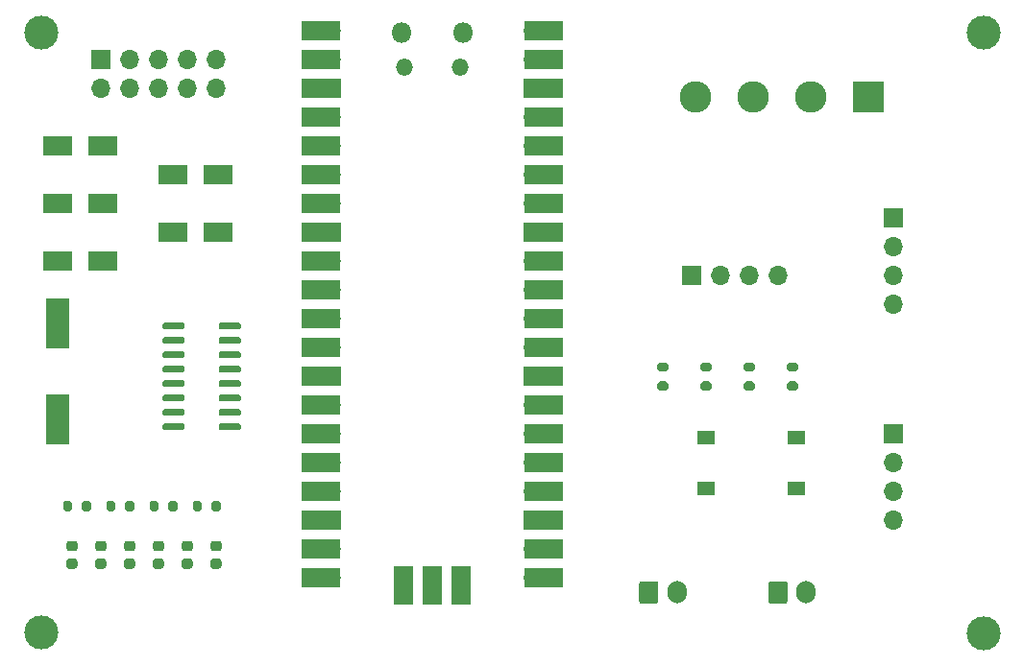
<source format=gbr>
%TF.GenerationSoftware,KiCad,Pcbnew,(5.1.10)-1*%
%TF.CreationDate,2021-08-08T16:35:33+01:00*%
%TF.ProjectId,flowcontrol-v0.1,666c6f77-636f-46e7-9472-6f6c2d76302e,rev?*%
%TF.SameCoordinates,Original*%
%TF.FileFunction,Soldermask,Top*%
%TF.FilePolarity,Negative*%
%FSLAX46Y46*%
G04 Gerber Fmt 4.6, Leading zero omitted, Abs format (unit mm)*
G04 Created by KiCad (PCBNEW (5.1.10)-1) date 2021-08-08 16:35:33*
%MOMM*%
%LPD*%
G01*
G04 APERTURE LIST*
%ADD10O,1.700000X1.700000*%
%ADD11R,1.700000X1.700000*%
%ADD12R,3.500000X1.700000*%
%ADD13O,1.800000X1.800000*%
%ADD14O,1.500000X1.500000*%
%ADD15R,1.700000X3.500000*%
%ADD16R,1.550000X1.300000*%
%ADD17R,2.000000X4.500000*%
%ADD18R,2.500000X1.800000*%
%ADD19O,1.700000X2.000000*%
%ADD20R,2.780000X2.780000*%
%ADD21C,2.780000*%
%ADD22C,3.000000*%
G04 APERTURE END LIST*
D10*
%TO.C,U1*%
X127000000Y-67310000D03*
X127000000Y-69850000D03*
D11*
X127000000Y-72390000D03*
D10*
X127000000Y-74930000D03*
X127000000Y-77470000D03*
X127000000Y-80010000D03*
X127000000Y-82550000D03*
D11*
X127000000Y-85090000D03*
D10*
X127000000Y-87630000D03*
X127000000Y-90170000D03*
X127000000Y-92710000D03*
X127000000Y-95250000D03*
D11*
X127000000Y-97790000D03*
D10*
X127000000Y-100330000D03*
X127000000Y-102870000D03*
X127000000Y-105410000D03*
X127000000Y-107950000D03*
D11*
X127000000Y-110490000D03*
D10*
X127000000Y-113030000D03*
X127000000Y-115570000D03*
X144780000Y-115570000D03*
X144780000Y-113030000D03*
D11*
X144780000Y-110490000D03*
D10*
X144780000Y-107950000D03*
X144780000Y-105410000D03*
X144780000Y-102870000D03*
X144780000Y-100330000D03*
D11*
X144780000Y-97790000D03*
D10*
X144780000Y-95250000D03*
X144780000Y-92710000D03*
X144780000Y-90170000D03*
X144780000Y-87630000D03*
D11*
X144780000Y-85090000D03*
D10*
X144780000Y-82550000D03*
X144780000Y-80010000D03*
X144780000Y-77470000D03*
X144780000Y-74930000D03*
D11*
X144780000Y-72390000D03*
D10*
X144780000Y-69850000D03*
X144780000Y-67310000D03*
D12*
X126100000Y-67310000D03*
X126100000Y-69850000D03*
X126100000Y-72390000D03*
X126100000Y-74930000D03*
X126100000Y-77470000D03*
X126100000Y-80010000D03*
X126100000Y-82550000D03*
X126100000Y-85090000D03*
X126100000Y-87630000D03*
X126100000Y-90170000D03*
X126100000Y-92710000D03*
X126100000Y-95250000D03*
X126100000Y-97790000D03*
X126100000Y-100330000D03*
X126100000Y-102870000D03*
X126100000Y-105410000D03*
X126100000Y-107950000D03*
X126100000Y-110490000D03*
X126100000Y-113030000D03*
X126100000Y-115570000D03*
X145680000Y-67310000D03*
X145680000Y-69850000D03*
X145680000Y-72390000D03*
X145680000Y-74930000D03*
X145680000Y-77470000D03*
X145680000Y-80010000D03*
X145680000Y-82550000D03*
X145680000Y-85090000D03*
X145680000Y-87630000D03*
X145680000Y-90170000D03*
X145680000Y-92710000D03*
X145680000Y-95250000D03*
X145680000Y-97790000D03*
X145680000Y-100330000D03*
X145680000Y-102870000D03*
X145680000Y-105410000D03*
X145680000Y-107950000D03*
X145680000Y-110490000D03*
X145680000Y-113030000D03*
X145680000Y-115570000D03*
D13*
X133165000Y-67440000D03*
X138615000Y-67440000D03*
D14*
X133465000Y-70470000D03*
X138315000Y-70470000D03*
D15*
X133350000Y-116240000D03*
D10*
X133350000Y-115340000D03*
D15*
X135890000Y-116240000D03*
D11*
X135890000Y-115340000D03*
D15*
X138430000Y-116240000D03*
D10*
X138430000Y-115340000D03*
%TD*%
D16*
%TO.C,SW1*%
X167970000Y-107660000D03*
X167970000Y-103160000D03*
X160020000Y-103160000D03*
X160020000Y-107660000D03*
%TD*%
%TO.C,R8*%
G36*
G01*
X114790000Y-109495000D02*
X114790000Y-108945000D01*
G75*
G02*
X114990000Y-108745000I200000J0D01*
G01*
X115390000Y-108745000D01*
G75*
G02*
X115590000Y-108945000I0J-200000D01*
G01*
X115590000Y-109495000D01*
G75*
G02*
X115390000Y-109695000I-200000J0D01*
G01*
X114990000Y-109695000D01*
G75*
G02*
X114790000Y-109495000I0J200000D01*
G01*
G37*
G36*
G01*
X116440000Y-109495000D02*
X116440000Y-108945000D01*
G75*
G02*
X116640000Y-108745000I200000J0D01*
G01*
X117040000Y-108745000D01*
G75*
G02*
X117240000Y-108945000I0J-200000D01*
G01*
X117240000Y-109495000D01*
G75*
G02*
X117040000Y-109695000I-200000J0D01*
G01*
X116640000Y-109695000D01*
G75*
G02*
X116440000Y-109495000I0J200000D01*
G01*
G37*
%TD*%
%TO.C,U2*%
G36*
G01*
X112120000Y-93495000D02*
X112120000Y-93195000D01*
G75*
G02*
X112270000Y-93045000I150000J0D01*
G01*
X113920000Y-93045000D01*
G75*
G02*
X114070000Y-93195000I0J-150000D01*
G01*
X114070000Y-93495000D01*
G75*
G02*
X113920000Y-93645000I-150000J0D01*
G01*
X112270000Y-93645000D01*
G75*
G02*
X112120000Y-93495000I0J150000D01*
G01*
G37*
G36*
G01*
X112120000Y-94765000D02*
X112120000Y-94465000D01*
G75*
G02*
X112270000Y-94315000I150000J0D01*
G01*
X113920000Y-94315000D01*
G75*
G02*
X114070000Y-94465000I0J-150000D01*
G01*
X114070000Y-94765000D01*
G75*
G02*
X113920000Y-94915000I-150000J0D01*
G01*
X112270000Y-94915000D01*
G75*
G02*
X112120000Y-94765000I0J150000D01*
G01*
G37*
G36*
G01*
X112120000Y-96035000D02*
X112120000Y-95735000D01*
G75*
G02*
X112270000Y-95585000I150000J0D01*
G01*
X113920000Y-95585000D01*
G75*
G02*
X114070000Y-95735000I0J-150000D01*
G01*
X114070000Y-96035000D01*
G75*
G02*
X113920000Y-96185000I-150000J0D01*
G01*
X112270000Y-96185000D01*
G75*
G02*
X112120000Y-96035000I0J150000D01*
G01*
G37*
G36*
G01*
X112120000Y-97305000D02*
X112120000Y-97005000D01*
G75*
G02*
X112270000Y-96855000I150000J0D01*
G01*
X113920000Y-96855000D01*
G75*
G02*
X114070000Y-97005000I0J-150000D01*
G01*
X114070000Y-97305000D01*
G75*
G02*
X113920000Y-97455000I-150000J0D01*
G01*
X112270000Y-97455000D01*
G75*
G02*
X112120000Y-97305000I0J150000D01*
G01*
G37*
G36*
G01*
X112120000Y-98575000D02*
X112120000Y-98275000D01*
G75*
G02*
X112270000Y-98125000I150000J0D01*
G01*
X113920000Y-98125000D01*
G75*
G02*
X114070000Y-98275000I0J-150000D01*
G01*
X114070000Y-98575000D01*
G75*
G02*
X113920000Y-98725000I-150000J0D01*
G01*
X112270000Y-98725000D01*
G75*
G02*
X112120000Y-98575000I0J150000D01*
G01*
G37*
G36*
G01*
X112120000Y-99845000D02*
X112120000Y-99545000D01*
G75*
G02*
X112270000Y-99395000I150000J0D01*
G01*
X113920000Y-99395000D01*
G75*
G02*
X114070000Y-99545000I0J-150000D01*
G01*
X114070000Y-99845000D01*
G75*
G02*
X113920000Y-99995000I-150000J0D01*
G01*
X112270000Y-99995000D01*
G75*
G02*
X112120000Y-99845000I0J150000D01*
G01*
G37*
G36*
G01*
X112120000Y-101115000D02*
X112120000Y-100815000D01*
G75*
G02*
X112270000Y-100665000I150000J0D01*
G01*
X113920000Y-100665000D01*
G75*
G02*
X114070000Y-100815000I0J-150000D01*
G01*
X114070000Y-101115000D01*
G75*
G02*
X113920000Y-101265000I-150000J0D01*
G01*
X112270000Y-101265000D01*
G75*
G02*
X112120000Y-101115000I0J150000D01*
G01*
G37*
G36*
G01*
X112120000Y-102385000D02*
X112120000Y-102085000D01*
G75*
G02*
X112270000Y-101935000I150000J0D01*
G01*
X113920000Y-101935000D01*
G75*
G02*
X114070000Y-102085000I0J-150000D01*
G01*
X114070000Y-102385000D01*
G75*
G02*
X113920000Y-102535000I-150000J0D01*
G01*
X112270000Y-102535000D01*
G75*
G02*
X112120000Y-102385000I0J150000D01*
G01*
G37*
G36*
G01*
X117070000Y-102385000D02*
X117070000Y-102085000D01*
G75*
G02*
X117220000Y-101935000I150000J0D01*
G01*
X118870000Y-101935000D01*
G75*
G02*
X119020000Y-102085000I0J-150000D01*
G01*
X119020000Y-102385000D01*
G75*
G02*
X118870000Y-102535000I-150000J0D01*
G01*
X117220000Y-102535000D01*
G75*
G02*
X117070000Y-102385000I0J150000D01*
G01*
G37*
G36*
G01*
X117070000Y-101115000D02*
X117070000Y-100815000D01*
G75*
G02*
X117220000Y-100665000I150000J0D01*
G01*
X118870000Y-100665000D01*
G75*
G02*
X119020000Y-100815000I0J-150000D01*
G01*
X119020000Y-101115000D01*
G75*
G02*
X118870000Y-101265000I-150000J0D01*
G01*
X117220000Y-101265000D01*
G75*
G02*
X117070000Y-101115000I0J150000D01*
G01*
G37*
G36*
G01*
X117070000Y-99845000D02*
X117070000Y-99545000D01*
G75*
G02*
X117220000Y-99395000I150000J0D01*
G01*
X118870000Y-99395000D01*
G75*
G02*
X119020000Y-99545000I0J-150000D01*
G01*
X119020000Y-99845000D01*
G75*
G02*
X118870000Y-99995000I-150000J0D01*
G01*
X117220000Y-99995000D01*
G75*
G02*
X117070000Y-99845000I0J150000D01*
G01*
G37*
G36*
G01*
X117070000Y-98575000D02*
X117070000Y-98275000D01*
G75*
G02*
X117220000Y-98125000I150000J0D01*
G01*
X118870000Y-98125000D01*
G75*
G02*
X119020000Y-98275000I0J-150000D01*
G01*
X119020000Y-98575000D01*
G75*
G02*
X118870000Y-98725000I-150000J0D01*
G01*
X117220000Y-98725000D01*
G75*
G02*
X117070000Y-98575000I0J150000D01*
G01*
G37*
G36*
G01*
X117070000Y-97305000D02*
X117070000Y-97005000D01*
G75*
G02*
X117220000Y-96855000I150000J0D01*
G01*
X118870000Y-96855000D01*
G75*
G02*
X119020000Y-97005000I0J-150000D01*
G01*
X119020000Y-97305000D01*
G75*
G02*
X118870000Y-97455000I-150000J0D01*
G01*
X117220000Y-97455000D01*
G75*
G02*
X117070000Y-97305000I0J150000D01*
G01*
G37*
G36*
G01*
X117070000Y-96035000D02*
X117070000Y-95735000D01*
G75*
G02*
X117220000Y-95585000I150000J0D01*
G01*
X118870000Y-95585000D01*
G75*
G02*
X119020000Y-95735000I0J-150000D01*
G01*
X119020000Y-96035000D01*
G75*
G02*
X118870000Y-96185000I-150000J0D01*
G01*
X117220000Y-96185000D01*
G75*
G02*
X117070000Y-96035000I0J150000D01*
G01*
G37*
G36*
G01*
X117070000Y-94765000D02*
X117070000Y-94465000D01*
G75*
G02*
X117220000Y-94315000I150000J0D01*
G01*
X118870000Y-94315000D01*
G75*
G02*
X119020000Y-94465000I0J-150000D01*
G01*
X119020000Y-94765000D01*
G75*
G02*
X118870000Y-94915000I-150000J0D01*
G01*
X117220000Y-94915000D01*
G75*
G02*
X117070000Y-94765000I0J150000D01*
G01*
G37*
G36*
G01*
X117070000Y-93495000D02*
X117070000Y-93195000D01*
G75*
G02*
X117220000Y-93045000I150000J0D01*
G01*
X118870000Y-93045000D01*
G75*
G02*
X119020000Y-93195000I0J-150000D01*
G01*
X119020000Y-93495000D01*
G75*
G02*
X118870000Y-93645000I-150000J0D01*
G01*
X117220000Y-93645000D01*
G75*
G02*
X117070000Y-93495000I0J150000D01*
G01*
G37*
%TD*%
D17*
%TO.C,Y1*%
X102870000Y-101600000D03*
X102870000Y-93100000D03*
%TD*%
%TO.C,R1*%
G36*
G01*
X155935000Y-96565000D02*
X156485000Y-96565000D01*
G75*
G02*
X156685000Y-96765000I0J-200000D01*
G01*
X156685000Y-97165000D01*
G75*
G02*
X156485000Y-97365000I-200000J0D01*
G01*
X155935000Y-97365000D01*
G75*
G02*
X155735000Y-97165000I0J200000D01*
G01*
X155735000Y-96765000D01*
G75*
G02*
X155935000Y-96565000I200000J0D01*
G01*
G37*
G36*
G01*
X155935000Y-98215000D02*
X156485000Y-98215000D01*
G75*
G02*
X156685000Y-98415000I0J-200000D01*
G01*
X156685000Y-98815000D01*
G75*
G02*
X156485000Y-99015000I-200000J0D01*
G01*
X155935000Y-99015000D01*
G75*
G02*
X155735000Y-98815000I0J200000D01*
G01*
X155735000Y-98415000D01*
G75*
G02*
X155935000Y-98215000I200000J0D01*
G01*
G37*
%TD*%
D18*
%TO.C,D4*%
X117030000Y-80010000D03*
X113030000Y-80010000D03*
%TD*%
D19*
%TO.C,J3*%
X168870000Y-116840000D03*
G36*
G01*
X165520000Y-117590000D02*
X165520000Y-116090000D01*
G75*
G02*
X165770000Y-115840000I250000J0D01*
G01*
X166970000Y-115840000D01*
G75*
G02*
X167220000Y-116090000I0J-250000D01*
G01*
X167220000Y-117590000D01*
G75*
G02*
X166970000Y-117840000I-250000J0D01*
G01*
X165770000Y-117840000D01*
G75*
G02*
X165520000Y-117590000I0J250000D01*
G01*
G37*
%TD*%
%TO.C,R3*%
G36*
G01*
X163555000Y-96565000D02*
X164105000Y-96565000D01*
G75*
G02*
X164305000Y-96765000I0J-200000D01*
G01*
X164305000Y-97165000D01*
G75*
G02*
X164105000Y-97365000I-200000J0D01*
G01*
X163555000Y-97365000D01*
G75*
G02*
X163355000Y-97165000I0J200000D01*
G01*
X163355000Y-96765000D01*
G75*
G02*
X163555000Y-96565000I200000J0D01*
G01*
G37*
G36*
G01*
X163555000Y-98215000D02*
X164105000Y-98215000D01*
G75*
G02*
X164305000Y-98415000I0J-200000D01*
G01*
X164305000Y-98815000D01*
G75*
G02*
X164105000Y-99015000I-200000J0D01*
G01*
X163555000Y-99015000D01*
G75*
G02*
X163355000Y-98815000I0J200000D01*
G01*
X163355000Y-98415000D01*
G75*
G02*
X163555000Y-98215000I200000J0D01*
G01*
G37*
%TD*%
D18*
%TO.C,D5*%
X113030000Y-85090000D03*
X117030000Y-85090000D03*
%TD*%
%TO.C,D3*%
X102870000Y-87630000D03*
X106870000Y-87630000D03*
%TD*%
D11*
%TO.C,J1*%
X176530000Y-83820000D03*
D10*
X176530000Y-86360000D03*
X176530000Y-88900000D03*
X176530000Y-91440000D03*
%TD*%
%TO.C,J2*%
X176530000Y-110490000D03*
X176530000Y-107950000D03*
X176530000Y-105410000D03*
D11*
X176530000Y-102870000D03*
%TD*%
D18*
%TO.C,D1*%
X102870000Y-77470000D03*
X106870000Y-77470000D03*
%TD*%
%TO.C,J4*%
G36*
G01*
X154130000Y-117590000D02*
X154130000Y-116090000D01*
G75*
G02*
X154380000Y-115840000I250000J0D01*
G01*
X155580000Y-115840000D01*
G75*
G02*
X155830000Y-116090000I0J-250000D01*
G01*
X155830000Y-117590000D01*
G75*
G02*
X155580000Y-117840000I-250000J0D01*
G01*
X154380000Y-117840000D01*
G75*
G02*
X154130000Y-117590000I0J250000D01*
G01*
G37*
D19*
X157480000Y-116840000D03*
%TD*%
D20*
%TO.C,J6*%
X174375000Y-73125000D03*
D21*
X169295000Y-73125000D03*
X164215000Y-73125000D03*
X159135000Y-73125000D03*
%TD*%
D18*
%TO.C,D2*%
X106870000Y-82550000D03*
X102870000Y-82550000D03*
%TD*%
D11*
%TO.C,J7*%
X158750000Y-88900000D03*
D10*
X161290000Y-88900000D03*
X163830000Y-88900000D03*
X166370000Y-88900000D03*
%TD*%
%TO.C,R4*%
G36*
G01*
X167365000Y-98215000D02*
X167915000Y-98215000D01*
G75*
G02*
X168115000Y-98415000I0J-200000D01*
G01*
X168115000Y-98815000D01*
G75*
G02*
X167915000Y-99015000I-200000J0D01*
G01*
X167365000Y-99015000D01*
G75*
G02*
X167165000Y-98815000I0J200000D01*
G01*
X167165000Y-98415000D01*
G75*
G02*
X167365000Y-98215000I200000J0D01*
G01*
G37*
G36*
G01*
X167365000Y-96565000D02*
X167915000Y-96565000D01*
G75*
G02*
X168115000Y-96765000I0J-200000D01*
G01*
X168115000Y-97165000D01*
G75*
G02*
X167915000Y-97365000I-200000J0D01*
G01*
X167365000Y-97365000D01*
G75*
G02*
X167165000Y-97165000I0J200000D01*
G01*
X167165000Y-96765000D01*
G75*
G02*
X167365000Y-96565000I200000J0D01*
G01*
G37*
%TD*%
%TO.C,R5*%
G36*
G01*
X105010000Y-109495000D02*
X105010000Y-108945000D01*
G75*
G02*
X105210000Y-108745000I200000J0D01*
G01*
X105610000Y-108745000D01*
G75*
G02*
X105810000Y-108945000I0J-200000D01*
G01*
X105810000Y-109495000D01*
G75*
G02*
X105610000Y-109695000I-200000J0D01*
G01*
X105210000Y-109695000D01*
G75*
G02*
X105010000Y-109495000I0J200000D01*
G01*
G37*
G36*
G01*
X103360000Y-109495000D02*
X103360000Y-108945000D01*
G75*
G02*
X103560000Y-108745000I200000J0D01*
G01*
X103960000Y-108745000D01*
G75*
G02*
X104160000Y-108945000I0J-200000D01*
G01*
X104160000Y-109495000D01*
G75*
G02*
X103960000Y-109695000I-200000J0D01*
G01*
X103560000Y-109695000D01*
G75*
G02*
X103360000Y-109495000I0J200000D01*
G01*
G37*
%TD*%
%TO.C,R7*%
G36*
G01*
X112630000Y-109495000D02*
X112630000Y-108945000D01*
G75*
G02*
X112830000Y-108745000I200000J0D01*
G01*
X113230000Y-108745000D01*
G75*
G02*
X113430000Y-108945000I0J-200000D01*
G01*
X113430000Y-109495000D01*
G75*
G02*
X113230000Y-109695000I-200000J0D01*
G01*
X112830000Y-109695000D01*
G75*
G02*
X112630000Y-109495000I0J200000D01*
G01*
G37*
G36*
G01*
X110980000Y-109495000D02*
X110980000Y-108945000D01*
G75*
G02*
X111180000Y-108745000I200000J0D01*
G01*
X111580000Y-108745000D01*
G75*
G02*
X111780000Y-108945000I0J-200000D01*
G01*
X111780000Y-109495000D01*
G75*
G02*
X111580000Y-109695000I-200000J0D01*
G01*
X111180000Y-109695000D01*
G75*
G02*
X110980000Y-109495000I0J200000D01*
G01*
G37*
%TD*%
%TO.C,R2*%
G36*
G01*
X159745000Y-98215000D02*
X160295000Y-98215000D01*
G75*
G02*
X160495000Y-98415000I0J-200000D01*
G01*
X160495000Y-98815000D01*
G75*
G02*
X160295000Y-99015000I-200000J0D01*
G01*
X159745000Y-99015000D01*
G75*
G02*
X159545000Y-98815000I0J200000D01*
G01*
X159545000Y-98415000D01*
G75*
G02*
X159745000Y-98215000I200000J0D01*
G01*
G37*
G36*
G01*
X159745000Y-96565000D02*
X160295000Y-96565000D01*
G75*
G02*
X160495000Y-96765000I0J-200000D01*
G01*
X160495000Y-97165000D01*
G75*
G02*
X160295000Y-97365000I-200000J0D01*
G01*
X159745000Y-97365000D01*
G75*
G02*
X159545000Y-97165000I0J200000D01*
G01*
X159545000Y-96765000D01*
G75*
G02*
X159745000Y-96565000I200000J0D01*
G01*
G37*
%TD*%
%TO.C,R6*%
G36*
G01*
X107170000Y-109495000D02*
X107170000Y-108945000D01*
G75*
G02*
X107370000Y-108745000I200000J0D01*
G01*
X107770000Y-108745000D01*
G75*
G02*
X107970000Y-108945000I0J-200000D01*
G01*
X107970000Y-109495000D01*
G75*
G02*
X107770000Y-109695000I-200000J0D01*
G01*
X107370000Y-109695000D01*
G75*
G02*
X107170000Y-109495000I0J200000D01*
G01*
G37*
G36*
G01*
X108820000Y-109495000D02*
X108820000Y-108945000D01*
G75*
G02*
X109020000Y-108745000I200000J0D01*
G01*
X109420000Y-108745000D01*
G75*
G02*
X109620000Y-108945000I0J-200000D01*
G01*
X109620000Y-109495000D01*
G75*
G02*
X109420000Y-109695000I-200000J0D01*
G01*
X109020000Y-109695000D01*
G75*
G02*
X108820000Y-109495000I0J200000D01*
G01*
G37*
%TD*%
D22*
%TO.C,REF\u002A\u002A*%
X184454800Y-120421400D03*
%TD*%
%TO.C,C3*%
G36*
G01*
X109470000Y-114750000D02*
X108970000Y-114750000D01*
G75*
G02*
X108745000Y-114525000I0J225000D01*
G01*
X108745000Y-114075000D01*
G75*
G02*
X108970000Y-113850000I225000J0D01*
G01*
X109470000Y-113850000D01*
G75*
G02*
X109695000Y-114075000I0J-225000D01*
G01*
X109695000Y-114525000D01*
G75*
G02*
X109470000Y-114750000I-225000J0D01*
G01*
G37*
G36*
G01*
X109470000Y-113200000D02*
X108970000Y-113200000D01*
G75*
G02*
X108745000Y-112975000I0J225000D01*
G01*
X108745000Y-112525000D01*
G75*
G02*
X108970000Y-112300000I225000J0D01*
G01*
X109470000Y-112300000D01*
G75*
G02*
X109695000Y-112525000I0J-225000D01*
G01*
X109695000Y-112975000D01*
G75*
G02*
X109470000Y-113200000I-225000J0D01*
G01*
G37*
%TD*%
%TO.C,C6*%
G36*
G01*
X117090000Y-114750000D02*
X116590000Y-114750000D01*
G75*
G02*
X116365000Y-114525000I0J225000D01*
G01*
X116365000Y-114075000D01*
G75*
G02*
X116590000Y-113850000I225000J0D01*
G01*
X117090000Y-113850000D01*
G75*
G02*
X117315000Y-114075000I0J-225000D01*
G01*
X117315000Y-114525000D01*
G75*
G02*
X117090000Y-114750000I-225000J0D01*
G01*
G37*
G36*
G01*
X117090000Y-113200000D02*
X116590000Y-113200000D01*
G75*
G02*
X116365000Y-112975000I0J225000D01*
G01*
X116365000Y-112525000D01*
G75*
G02*
X116590000Y-112300000I225000J0D01*
G01*
X117090000Y-112300000D01*
G75*
G02*
X117315000Y-112525000I0J-225000D01*
G01*
X117315000Y-112975000D01*
G75*
G02*
X117090000Y-113200000I-225000J0D01*
G01*
G37*
%TD*%
%TO.C,C4*%
G36*
G01*
X112010000Y-114750000D02*
X111510000Y-114750000D01*
G75*
G02*
X111285000Y-114525000I0J225000D01*
G01*
X111285000Y-114075000D01*
G75*
G02*
X111510000Y-113850000I225000J0D01*
G01*
X112010000Y-113850000D01*
G75*
G02*
X112235000Y-114075000I0J-225000D01*
G01*
X112235000Y-114525000D01*
G75*
G02*
X112010000Y-114750000I-225000J0D01*
G01*
G37*
G36*
G01*
X112010000Y-113200000D02*
X111510000Y-113200000D01*
G75*
G02*
X111285000Y-112975000I0J225000D01*
G01*
X111285000Y-112525000D01*
G75*
G02*
X111510000Y-112300000I225000J0D01*
G01*
X112010000Y-112300000D01*
G75*
G02*
X112235000Y-112525000I0J-225000D01*
G01*
X112235000Y-112975000D01*
G75*
G02*
X112010000Y-113200000I-225000J0D01*
G01*
G37*
%TD*%
%TO.C,REF\u002A\u002A*%
X101447600Y-120370600D03*
%TD*%
%TO.C,REF\u002A\u002A*%
X184454800Y-67411600D03*
%TD*%
%TO.C,C1*%
G36*
G01*
X104390000Y-114750000D02*
X103890000Y-114750000D01*
G75*
G02*
X103665000Y-114525000I0J225000D01*
G01*
X103665000Y-114075000D01*
G75*
G02*
X103890000Y-113850000I225000J0D01*
G01*
X104390000Y-113850000D01*
G75*
G02*
X104615000Y-114075000I0J-225000D01*
G01*
X104615000Y-114525000D01*
G75*
G02*
X104390000Y-114750000I-225000J0D01*
G01*
G37*
G36*
G01*
X104390000Y-113200000D02*
X103890000Y-113200000D01*
G75*
G02*
X103665000Y-112975000I0J225000D01*
G01*
X103665000Y-112525000D01*
G75*
G02*
X103890000Y-112300000I225000J0D01*
G01*
X104390000Y-112300000D01*
G75*
G02*
X104615000Y-112525000I0J-225000D01*
G01*
X104615000Y-112975000D01*
G75*
G02*
X104390000Y-113200000I-225000J0D01*
G01*
G37*
%TD*%
%TO.C,C2*%
G36*
G01*
X106930000Y-113200000D02*
X106430000Y-113200000D01*
G75*
G02*
X106205000Y-112975000I0J225000D01*
G01*
X106205000Y-112525000D01*
G75*
G02*
X106430000Y-112300000I225000J0D01*
G01*
X106930000Y-112300000D01*
G75*
G02*
X107155000Y-112525000I0J-225000D01*
G01*
X107155000Y-112975000D01*
G75*
G02*
X106930000Y-113200000I-225000J0D01*
G01*
G37*
G36*
G01*
X106930000Y-114750000D02*
X106430000Y-114750000D01*
G75*
G02*
X106205000Y-114525000I0J225000D01*
G01*
X106205000Y-114075000D01*
G75*
G02*
X106430000Y-113850000I225000J0D01*
G01*
X106930000Y-113850000D01*
G75*
G02*
X107155000Y-114075000I0J-225000D01*
G01*
X107155000Y-114525000D01*
G75*
G02*
X106930000Y-114750000I-225000J0D01*
G01*
G37*
%TD*%
%TO.C,C5*%
G36*
G01*
X114550000Y-113200000D02*
X114050000Y-113200000D01*
G75*
G02*
X113825000Y-112975000I0J225000D01*
G01*
X113825000Y-112525000D01*
G75*
G02*
X114050000Y-112300000I225000J0D01*
G01*
X114550000Y-112300000D01*
G75*
G02*
X114775000Y-112525000I0J-225000D01*
G01*
X114775000Y-112975000D01*
G75*
G02*
X114550000Y-113200000I-225000J0D01*
G01*
G37*
G36*
G01*
X114550000Y-114750000D02*
X114050000Y-114750000D01*
G75*
G02*
X113825000Y-114525000I0J225000D01*
G01*
X113825000Y-114075000D01*
G75*
G02*
X114050000Y-113850000I225000J0D01*
G01*
X114550000Y-113850000D01*
G75*
G02*
X114775000Y-114075000I0J-225000D01*
G01*
X114775000Y-114525000D01*
G75*
G02*
X114550000Y-114750000I-225000J0D01*
G01*
G37*
%TD*%
%TO.C,REF\u002A\u002A*%
X101447600Y-67424300D03*
%TD*%
D10*
%TO.C,J5*%
X116840000Y-72390000D03*
X116840000Y-69850000D03*
X114300000Y-72390000D03*
X114300000Y-69850000D03*
X111760000Y-72390000D03*
X111760000Y-69850000D03*
X109220000Y-72390000D03*
X109220000Y-69850000D03*
X106680000Y-72390000D03*
D11*
X106680000Y-69850000D03*
%TD*%
M02*

</source>
